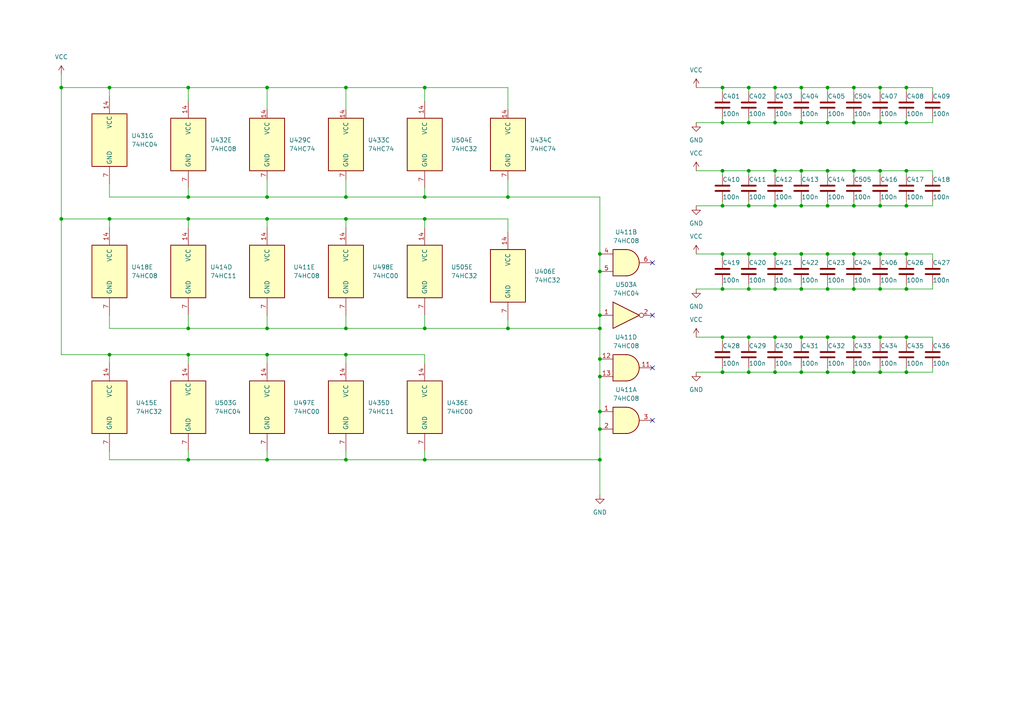
<source format=kicad_sch>
(kicad_sch (version 20211123) (generator eeschema)
  (paper "A4")
  (lib_symbols
    (symbol "74xx:74HC00" (pin_names (offset 1.016))
      (property "Reference" "U" (at 0 1.27 0))
      (property "Value" "74HC00" (at 0 -1.27 0))
      (symbol "74HC00_1_1"
        (pin input line (at -7.62 2.54 0) (length 3.81) (name "~") (number "1"))
        (pin input line (at -7.62 -2.54 0) (length 3.81) (name "~") (number "2"))
        (pin output inverted (at 7.62 0 180) (length 3.81) (name "~") (number "3"))
      )
      (symbol "74HC00_1_2"
        (pin input inverted (at -7.62 2.54 0) (length 4.318) (name "~") (number "1"))
        (pin input inverted (at -7.62 -2.54 0) (length 4.318) (name "~") (number "2"))
        (pin output line (at 7.62 0 180) (length 3.81) (name "~") (number "3"))
      )
      (symbol "74HC00_2_1"
        (pin input line (at -7.62 2.54 0) (length 3.81) (name "~") (number "4"))
        (pin input line (at -7.62 -2.54 0) (length 3.81) (name "~") (number "5"))
        (pin output inverted (at 7.62 0 180) (length 3.81) (name "~") (number "6"))
      )
      (symbol "74HC00_2_2"
        (pin input inverted (at -7.62 2.54 0) (length 4.318) (name "~") (number "4"))
        (pin input inverted (at -7.62 -2.54 0) (length 4.318) (name "~") (number "5"))
        (pin output line (at 7.62 0 180) (length 3.81) (name "~") (number "6"))
      )
      (symbol "74HC00_3_1"
        (pin input line (at -7.62 -2.54 0) (length 3.81) (name "~") (number "10"))
        (pin output inverted (at 7.62 0 180) (length 3.81) (name "~") (number "8"))
        (pin input line (at -7.62 2.54 0) (length 3.81) (name "~") (number "9"))
      )
      (symbol "74HC00_3_2"
        (pin input inverted (at -7.62 -2.54 0) (length 4.318) (name "~") (number "10"))
        (pin output line (at 7.62 0 180) (length 3.81) (name "~") (number "8"))
        (pin input inverted (at -7.62 2.54 0) (length 4.318) (name "~") (number "9"))
      )
      (symbol "74HC00_4_1"
        (pin output inverted (at 7.62 0 180) (length 3.81) (name "~") (number "11"))
        (pin input line (at -7.62 2.54 0) (length 3.81) (name "~") (number "12"))
        (pin input line (at -7.62 -2.54 0) (length 3.81) (name "~") (number "13"))
      )
      (symbol "74HC00_4_2"
        (pin output line (at 7.62 0 180) (length 3.81) (name "~") (number "11"))
        (pin input inverted (at -7.62 2.54 0) (length 4.318) (name "~") (number "12"))
        (pin input inverted (at -7.62 -2.54 0) (length 4.318) (name "~") (number "13"))
      )
      (symbol "74HC00_5_0"
        (pin power_in line (at 0 12.7 270) (length 5.08) (name "VCC") (number "14"))
        (pin power_in line (at 0 -12.7 90) (length 5.08) (name "GND") (number "7"))
      )
    )
    (symbol "74xx:74HC04"
      (property "Reference" "U" (at 0 1.27 0))
      (property "Value" "74HC04" (at 0 -1.27 0))
      (symbol "74HC04_1_0"
        (pin input line (at -7.62 0 0) (length 3.81) (name "~") (number "1"))
        (pin output inverted (at 7.62 0 180) (length 3.81) (name "~") (number "2"))
      )
      (symbol "74HC04_2_0"
        (pin input line (at -7.62 0 0) (length 3.81) (name "~") (number "3"))
        (pin output inverted (at 7.62 0 180) (length 3.81) (name "~") (number "4"))
      )
      (symbol "74HC04_3_0"
        (pin input line (at -7.62 0 0) (length 3.81) (name "~") (number "5"))
        (pin output inverted (at 7.62 0 180) (length 3.81) (name "~") (number "6"))
      )
      (symbol "74HC04_4_0"
        (pin output inverted (at 7.62 0 180) (length 3.81) (name "~") (number "8"))
        (pin input line (at -7.62 0 0) (length 3.81) (name "~") (number "9"))
      )
      (symbol "74HC04_5_0"
        (pin output inverted (at 7.62 0 180) (length 3.81) (name "~") (number "10"))
        (pin input line (at -7.62 0 0) (length 3.81) (name "~") (number "11"))
      )
      (symbol "74HC04_6_0"
        (pin output inverted (at 7.62 0 180) (length 3.81) (name "~") (number "12"))
        (pin input line (at -7.62 0 0) (length 3.81) (name "~") (number "13"))
      )
      (symbol "74HC04_7_0"
        (pin power_in line (at 0 12.7 270) (length 5.08) (name "VCC") (number "14"))
        (pin power_in line (at 0 -12.7 90) (length 5.08) (name "GND") (number "7"))
      )
    )
    (symbol "74xx:74HC74" (pin_names (offset 1.016))
      (property "Reference" "U" (at -7.62 8.89 0))
      (property "Value" "74HC74" (at -7.62 -8.89 0))
      (symbol "74HC74_1_0"
        (pin input line (at 0 -7.62 90) (length 2.54) (name "~{R}") (number "1"))
        (pin input line (at -7.62 2.54 0) (length 2.54) (name "D") (number "2"))
        (pin input clock (at -7.62 0 0) (length 2.54) (name "C") (number "3"))
        (pin input line (at 0 7.62 270) (length 2.54) (name "~{S}") (number "4"))
        (pin output line (at 7.62 2.54 180) (length 2.54) (name "Q") (number "5"))
        (pin output line (at 7.62 -2.54 180) (length 2.54) (name "~{Q}") (number "6"))
      )
      (symbol "74HC74_2_0"
        (pin input line (at 0 7.62 270) (length 2.54) (name "~{S}") (number "10"))
        (pin input clock (at -7.62 0 0) (length 2.54) (name "C") (number "11"))
        (pin input line (at -7.62 2.54 0) (length 2.54) (name "D") (number "12"))
        (pin input line (at 0 -7.62 90) (length 2.54) (name "~{R}") (number "13"))
        (pin output line (at 7.62 -2.54 180) (length 2.54) (name "~{Q}") (number "8"))
        (pin output line (at 7.62 2.54 180) (length 2.54) (name "Q") (number "9"))
      )
      (symbol "74HC74_3_0"
        (pin power_in line (at 0 10.16 270) (length 2.54) (name "VCC") (number "14"))
        (pin power_in line (at 0 -10.16 90) (length 2.54) (name "GND") (number "7"))
      )
    )
    (symbol "74xx:74LS11" (pin_names (offset 1.016))
      (property "Reference" "U" (at 0 1.27 0))
      (property "Value" "74LS11" (at 0 -1.27 0))
      (symbol "74LS11_1_1"
        (pin input line (at -7.62 2.54 0) (length 3.81) (name "~") (number "1"))
        (pin output line (at 7.62 0 180) (length 3.81) (name "~") (number "12"))
        (pin input line (at -7.62 -2.54 0) (length 3.81) (name "~") (number "13"))
        (pin input line (at -7.62 0 0) (length 3.81) (name "~") (number "2"))
      )
      (symbol "74LS11_1_2"
        (pin input inverted (at -7.62 2.54 0) (length 4.318) (name "~") (number "1"))
        (pin output inverted (at 7.62 0 180) (length 3.81) (name "~") (number "12"))
        (pin input inverted (at -7.62 -2.54 0) (length 4.318) (name "~") (number "13"))
        (pin input inverted (at -7.62 0 0) (length 4.953) (name "~") (number "2"))
      )
      (symbol "74LS11_2_1"
        (pin input line (at -7.62 2.54 0) (length 3.81) (name "~") (number "3"))
        (pin input line (at -7.62 0 0) (length 3.81) (name "~") (number "4"))
        (pin input line (at -7.62 -2.54 0) (length 3.81) (name "~") (number "5"))
        (pin output line (at 7.62 0 180) (length 3.81) (name "~") (number "6"))
      )
      (symbol "74LS11_2_2"
        (pin input inverted (at -7.62 2.54 0) (length 4.318) (name "~") (number "3"))
        (pin input inverted (at -7.62 0 0) (length 4.953) (name "~") (number "4"))
        (pin input inverted (at -7.62 -2.54 0) (length 4.318) (name "~") (number "5"))
        (pin output inverted (at 7.62 0 180) (length 3.81) (name "~") (number "6"))
      )
      (symbol "74LS11_3_1"
        (pin input line (at -7.62 0 0) (length 3.81) (name "~") (number "10"))
        (pin input line (at -7.62 -2.54 0) (length 3.81) (name "~") (number "11"))
        (pin output line (at 7.62 0 180) (length 3.81) (name "~") (number "8"))
        (pin input line (at -7.62 2.54 0) (length 3.81) (name "~") (number "9"))
      )
      (symbol "74LS11_3_2"
        (pin input inverted (at -7.62 0 0) (length 4.953) (name "~") (number "10"))
        (pin input inverted (at -7.62 -2.54 0) (length 4.318) (name "~") (number "11"))
        (pin output inverted (at 7.62 0 180) (length 3.81) (name "~") (number "8"))
        (pin input inverted (at -7.62 2.54 0) (length 4.318) (name "~") (number "9"))
      )
      (symbol "74LS11_4_0"
        (pin power_in line (at 0 12.7 270) (length 5.08) (name "VCC") (number "14"))
        (pin power_in line (at 0 -12.7 90) (length 5.08) (name "GND") (number "7"))
      )
    )
    (symbol "74xx:74LS32" (pin_names (offset 1.016))
      (property "Reference" "U" (at 0 1.27 0))
      (property "Value" "74LS32" (at 0 -1.27 0))
      (symbol "74LS32_1_1"
        (pin input line (at -7.62 2.54 0) (length 4.318) (name "~") (number "1"))
        (pin input line (at -7.62 -2.54 0) (length 4.318) (name "~") (number "2"))
        (pin output line (at 7.62 0 180) (length 3.81) (name "~") (number "3"))
      )
      (symbol "74LS32_1_2"
        (pin input inverted (at -7.62 2.54 0) (length 3.81) (name "~") (number "1"))
        (pin input inverted (at -7.62 -2.54 0) (length 3.81) (name "~") (number "2"))
        (pin output inverted (at 7.62 0 180) (length 3.81) (name "~") (number "3"))
      )
      (symbol "74LS32_2_1"
        (pin input line (at -7.62 2.54 0) (length 4.318) (name "~") (number "4"))
        (pin input line (at -7.62 -2.54 0) (length 4.318) (name "~") (number "5"))
        (pin output line (at 7.62 0 180) (length 3.81) (name "~") (number "6"))
      )
      (symbol "74LS32_2_2"
        (pin input inverted (at -7.62 2.54 0) (length 3.81) (name "~") (number "4"))
        (pin input inverted (at -7.62 -2.54 0) (length 3.81) (name "~") (number "5"))
        (pin output inverted (at 7.62 0 180) (length 3.81) (name "~") (number "6"))
      )
      (symbol "74LS32_3_1"
        (pin input line (at -7.62 -2.54 0) (length 4.318) (name "~") (number "10"))
        (pin output line (at 7.62 0 180) (length 3.81) (name "~") (number "8"))
        (pin input line (at -7.62 2.54 0) (length 4.318) (name "~") (number "9"))
      )
      (symbol "74LS32_3_2"
        (pin input inverted (at -7.62 -2.54 0) (length 3.81) (name "~") (number "10"))
        (pin output inverted (at 7.62 0 180) (length 3.81) (name "~") (number "8"))
        (pin input inverted (at -7.62 2.54 0) (length 3.81) (name "~") (number "9"))
      )
      (symbol "74LS32_4_1"
        (pin output line (at 7.62 0 180) (length 3.81) (name "~") (number "11"))
        (pin input line (at -7.62 2.54 0) (length 4.318) (name "~") (number "12"))
        (pin input line (at -7.62 -2.54 0) (length 4.318) (name "~") (number "13"))
      )
      (symbol "74LS32_4_2"
        (pin output inverted (at 7.62 0 180) (length 3.81) (name "~") (number "11"))
        (pin input inverted (at -7.62 2.54 0) (length 3.81) (name "~") (number "12"))
        (pin input inverted (at -7.62 -2.54 0) (length 3.81) (name "~") (number "13"))
      )
      (symbol "74LS32_5_0"
        (pin power_in line (at 0 12.7 270) (length 5.08) (name "VCC") (number "14"))
        (pin power_in line (at 0 -12.7 90) (length 5.08) (name "GND") (number "7"))
      )
    )
    (symbol "Custom 74xx:74HC08" (pin_names (offset 1.016))
      (property "Reference" "U" (at 0 1.27 0))
      (property "Value" "74HC08" (at 0 -1.27 0))
      (symbol "74HC08_1_1"
        (pin input line (at -7.62 2.54 0) (length 3.81) (name "~") (number "1"))
        (pin input line (at -7.62 -2.54 0) (length 3.81) (name "~") (number "2"))
        (pin output line (at 7.62 0 180) (length 3.81) (name "~") (number "3"))
      )
      (symbol "74HC08_1_2"
        (pin input inverted (at -7.62 2.54 0) (length 4.318) (name "~") (number "1"))
        (pin input inverted (at -7.62 -2.54 0) (length 4.318) (name "~") (number "2"))
        (pin output line (at 7.62 0 180) (length 3.81) (name "~") (number "3"))
      )
      (symbol "74HC08_2_1"
        (pin input line (at -7.62 2.54 0) (length 3.81) (name "~") (number "4"))
        (pin input line (at -7.62 -2.54 0) (length 3.81) (name "~") (number "5"))
        (pin output line (at 7.62 0 180) (length 3.81) (name "~") (number "6"))
      )
      (symbol "74HC08_2_2"
        (pin input inverted (at -7.62 2.54 0) (length 4.318) (name "~") (number "4"))
        (pin input inverted (at -7.62 -2.54 0) (length 4.318) (name "~") (number "5"))
        (pin output line (at 7.62 0 180) (length 3.81) (name "~") (number "6"))
      )
      (symbol "74HC08_3_1"
        (pin input line (at -7.62 -2.54 0) (length 3.81) (name "~") (number "10"))
        (pin output line (at 7.62 0 180) (length 3.81) (name "~") (number "8"))
        (pin input line (at -7.62 2.54 0) (length 3.81) (name "~") (number "9"))
      )
      (symbol "74HC08_3_2"
        (pin input inverted (at -7.62 -2.54 0) (length 4.318) (name "~") (number "10"))
        (pin output line (at 7.62 0 180) (length 3.81) (name "~") (number "8"))
        (pin input inverted (at -7.62 2.54 0) (length 4.318) (name "~") (number "9"))
      )
      (symbol "74HC08_4_1"
        (pin output line (at 7.62 0 180) (length 3.81) (name "~") (number "11"))
        (pin input line (at -7.62 2.54 0) (length 3.81) (name "~") (number "12"))
        (pin input line (at -7.62 -2.54 0) (length 3.81) (name "~") (number "13"))
      )
      (symbol "74HC08_4_2"
        (pin output line (at 7.62 0 180) (length 3.81) (name "~") (number "11"))
        (pin input inverted (at -7.62 2.54 0) (length 4.318) (name "~") (number "12"))
        (pin input inverted (at -7.62 -2.54 0) (length 4.318) (name "~") (number "13"))
      )
      (symbol "74HC08_5_0"
        (pin power_in line (at 0 12.7 270) (length 5.08) (name "VCC") (number "14"))
        (pin power_in line (at 0 -12.7 90) (length 5.08) (name "GND") (number "7"))
      )
    )
    (symbol "Device:C" (pin_numbers hide) (pin_names (offset 0.254))
      (property "Reference" "C" (at 0.635 2.54 0))
      (property "Value" "C" (at 0.635 -2.54 0))
      (symbol "C_1_1"
        (pin passive line (at 0 3.81 270) (length 2.794) (name "~") (number "1"))
        (pin passive line (at 0 -3.81 90) (length 2.794) (name "~") (number "2"))
      )
    )
    (symbol "power:GND" (power) (pin_names (offset 0))
      (property "Value" "GND" (at 0 -3.81 0))
      (symbol "GND_1_1"
        (pin power_in line (at 0 0 270) (length 0) hide (name "GND") (number "1"))
      )
    )
    (symbol "power:VCC" (power) (pin_names (offset 0))
      (property "Value" "VCC" (at 0 3.81 0))
      (symbol "VCC_1_1"
        (pin power_in line (at 0 0 90) (length 0) hide (name "VCC") (number "1"))
      )
    )
  )
  (junction (at 54.61 133.35))
  (junction (at 123.19 25.4))
  (junction (at 232.41 59.69))
  (junction (at 240.03 35.56))
  (junction (at 100.33 102.87))
  (junction (at 262.89 107.95))
  (junction (at 240.03 73.66))
  (junction (at 123.19 57.15))
  (junction (at 31.75 63.5))
  (junction (at 232.41 73.66))
  (junction (at 217.17 107.95))
  (junction (at 224.79 107.95))
  (junction (at 100.33 95.25))
  (junction (at 232.41 25.4))
  (junction (at 224.79 25.4))
  (junction (at 100.33 57.15))
  (junction (at 147.32 57.15))
  (junction (at 209.55 107.95))
  (junction (at 173.99 119.38))
  (junction (at 217.17 83.82))
  (junction (at 247.65 35.56))
  (junction (at 100.33 133.35))
  (junction (at 123.19 63.5))
  (junction (at 147.32 95.25))
  (junction (at 232.41 49.53))
  (junction (at 54.61 63.5))
  (junction (at 217.17 35.56))
  (junction (at 224.79 73.66))
  (junction (at 255.27 35.56))
  (junction (at 209.55 97.79))
  (junction (at 173.99 78.74))
  (junction (at 262.89 35.56))
  (junction (at 217.17 97.79))
  (junction (at 255.27 107.95))
  (junction (at 100.33 63.5))
  (junction (at 173.99 95.25))
  (junction (at 77.47 95.25))
  (junction (at 217.17 25.4))
  (junction (at 262.89 59.69))
  (junction (at 217.17 59.69))
  (junction (at 247.65 49.53))
  (junction (at 247.65 107.95))
  (junction (at 247.65 25.4))
  (junction (at 247.65 73.66))
  (junction (at 255.27 83.82))
  (junction (at 262.89 83.82))
  (junction (at 31.75 102.87))
  (junction (at 255.27 59.69))
  (junction (at 123.19 133.35))
  (junction (at 54.61 25.4))
  (junction (at 123.19 95.25))
  (junction (at 240.03 49.53))
  (junction (at 255.27 73.66))
  (junction (at 77.47 102.87))
  (junction (at 209.55 25.4))
  (junction (at 262.89 25.4))
  (junction (at 255.27 97.79))
  (junction (at 232.41 97.79))
  (junction (at 224.79 59.69))
  (junction (at 232.41 35.56))
  (junction (at 17.78 25.4))
  (junction (at 209.55 59.69))
  (junction (at 255.27 25.4))
  (junction (at 262.89 49.53))
  (junction (at 54.61 102.87))
  (junction (at 217.17 73.66))
  (junction (at 224.79 83.82))
  (junction (at 209.55 35.56))
  (junction (at 173.99 109.22))
  (junction (at 240.03 97.79))
  (junction (at 100.33 25.4))
  (junction (at 209.55 49.53))
  (junction (at 173.99 124.46))
  (junction (at 173.99 91.44))
  (junction (at 77.47 57.15))
  (junction (at 247.65 97.79))
  (junction (at 54.61 95.25))
  (junction (at 262.89 73.66))
  (junction (at 255.27 49.53))
  (junction (at 224.79 49.53))
  (junction (at 240.03 59.69))
  (junction (at 232.41 107.95))
  (junction (at 217.17 49.53))
  (junction (at 247.65 59.69))
  (junction (at 224.79 97.79))
  (junction (at 240.03 107.95))
  (junction (at 31.75 25.4))
  (junction (at 173.99 104.14))
  (junction (at 209.55 73.66))
  (junction (at 173.99 133.35))
  (junction (at 77.47 133.35))
  (junction (at 209.55 83.82))
  (junction (at 173.99 73.66))
  (junction (at 247.65 83.82))
  (junction (at 54.61 57.15))
  (junction (at 77.47 63.5))
  (junction (at 224.79 35.56))
  (junction (at 240.03 83.82))
  (junction (at 240.03 25.4))
  (junction (at 17.78 63.5))
  (junction (at 262.89 97.79))
  (junction (at 232.41 83.82))
  (junction (at 77.47 25.4))
  (no_connect (at 189.23 76.2))
  (no_connect (at 189.23 121.92))
  (no_connect (at 189.23 106.68))
  (no_connect (at 189.23 91.44))
  (wire (pts (xy 100.33 91.44) (xy 100.33 95.25)))
  (wire (pts (xy 217.17 73.66) (xy 217.17 74.93)))
  (wire (pts (xy 77.47 102.87) (xy 77.47 105.41)))
  (wire (pts (xy 31.75 102.87) (xy 31.75 105.41)))
  (wire (pts (xy 54.61 91.44) (xy 54.61 95.25)))
  (wire (pts (xy 123.19 130.81) (xy 123.19 133.35)))
  (wire (pts (xy 54.61 102.87) (xy 77.47 102.87)))
  (wire (pts (xy 201.93 97.79) (xy 209.55 97.79)))
  (wire (pts (xy 17.78 25.4) (xy 17.78 63.5)))
  (wire (pts (xy 255.27 83.82) (xy 262.89 83.82)))
  (wire (pts (xy 262.89 97.79) (xy 262.89 99.06)))
  (wire (pts (xy 255.27 35.56) (xy 255.27 34.29)))
  (wire (pts (xy 17.78 63.5) (xy 17.78 102.87)))
  (wire (pts (xy 247.65 59.69) (xy 255.27 59.69)))
  (wire (pts (xy 147.32 25.4) (xy 147.32 31.75)))
  (wire (pts (xy 17.78 25.4) (xy 31.75 25.4)))
  (wire (pts (xy 240.03 35.56) (xy 240.03 34.29)))
  (wire (pts (xy 262.89 107.95) (xy 270.51 107.95)))
  (wire (pts (xy 209.55 35.56) (xy 209.55 34.29)))
  (wire (pts (xy 262.89 83.82) (xy 270.51 83.82)))
  (wire (pts (xy 209.55 97.79) (xy 209.55 99.06)))
  (wire (pts (xy 209.55 73.66) (xy 209.55 74.93)))
  (wire (pts (xy 255.27 25.4) (xy 262.89 25.4)))
  (wire (pts (xy 224.79 35.56) (xy 232.41 35.56)))
  (wire (pts (xy 217.17 83.82) (xy 217.17 82.55)))
  (wire (pts (xy 209.55 35.56) (xy 217.17 35.56)))
  (wire (pts (xy 224.79 97.79) (xy 232.41 97.79)))
  (wire (pts (xy 232.41 107.95) (xy 240.03 107.95)))
  (wire (pts (xy 123.19 133.35) (xy 173.99 133.35)))
  (wire (pts (xy 232.41 49.53) (xy 232.41 50.8)))
  (wire (pts (xy 173.99 109.22) (xy 173.99 104.14)))
  (wire (pts (xy 262.89 59.69) (xy 262.89 58.42)))
  (wire (pts (xy 31.75 25.4) (xy 54.61 25.4)))
  (wire (pts (xy 262.89 35.56) (xy 270.51 35.56)))
  (wire (pts (xy 209.55 107.95) (xy 209.55 106.68)))
  (wire (pts (xy 54.61 63.5) (xy 54.61 66.04)))
  (wire (pts (xy 255.27 73.66) (xy 262.89 73.66)))
  (wire (pts (xy 31.75 130.81) (xy 31.75 133.35)))
  (wire (pts (xy 232.41 107.95) (xy 232.41 106.68)))
  (wire (pts (xy 232.41 25.4) (xy 240.03 25.4)))
  (wire (pts (xy 173.99 119.38) (xy 173.99 109.22)))
  (wire (pts (xy 262.89 73.66) (xy 262.89 74.93)))
  (wire (pts (xy 224.79 49.53) (xy 224.79 50.8)))
  (wire (pts (xy 173.99 57.15) (xy 147.32 57.15)))
  (wire (pts (xy 232.41 35.56) (xy 232.41 34.29)))
  (wire (pts (xy 247.65 35.56) (xy 255.27 35.56)))
  (wire (pts (xy 232.41 25.4) (xy 232.41 26.67)))
  (wire (pts (xy 240.03 59.69) (xy 247.65 59.69)))
  (wire (pts (xy 232.41 97.79) (xy 240.03 97.79)))
  (wire (pts (xy 240.03 107.95) (xy 247.65 107.95)))
  (wire (pts (xy 77.47 91.44) (xy 77.47 95.25)))
  (wire (pts (xy 262.89 83.82) (xy 262.89 82.55)))
  (wire (pts (xy 217.17 25.4) (xy 224.79 25.4)))
  (wire (pts (xy 247.65 73.66) (xy 247.65 74.93)))
  (wire (pts (xy 224.79 83.82) (xy 224.79 82.55)))
  (wire (pts (xy 201.93 35.56) (xy 209.55 35.56)))
  (wire (pts (xy 270.51 49.53) (xy 270.51 50.8)))
  (wire (pts (xy 209.55 73.66) (xy 217.17 73.66)))
  (wire (pts (xy 224.79 59.69) (xy 224.79 58.42)))
  (wire (pts (xy 147.32 92.71) (xy 147.32 95.25)))
  (wire (pts (xy 255.27 73.66) (xy 255.27 74.93)))
  (wire (pts (xy 31.75 133.35) (xy 54.61 133.35)))
  (wire (pts (xy 224.79 59.69) (xy 232.41 59.69)))
  (wire (pts (xy 77.47 63.5) (xy 77.47 66.04)))
  (wire (pts (xy 31.75 57.15) (xy 31.75 53.34)))
  (wire (pts (xy 247.65 107.95) (xy 255.27 107.95)))
  (wire (pts (xy 255.27 49.53) (xy 262.89 49.53)))
  (wire (pts (xy 247.65 73.66) (xy 255.27 73.66)))
  (wire (pts (xy 217.17 59.69) (xy 224.79 59.69)))
  (wire (pts (xy 201.93 83.82) (xy 209.55 83.82)))
  (wire (pts (xy 209.55 83.82) (xy 209.55 82.55)))
  (wire (pts (xy 232.41 83.82) (xy 240.03 83.82)))
  (wire (pts (xy 255.27 59.69) (xy 255.27 58.42)))
  (wire (pts (xy 100.33 130.81) (xy 100.33 133.35)))
  (wire (pts (xy 173.99 119.38) (xy 173.99 124.46)))
  (wire (pts (xy 77.47 25.4) (xy 77.47 31.75)))
  (wire (pts (xy 240.03 73.66) (xy 247.65 73.66)))
  (wire (pts (xy 209.55 107.95) (xy 217.17 107.95)))
  (wire (pts (xy 255.27 97.79) (xy 255.27 99.06)))
  (wire (pts (xy 247.65 83.82) (xy 247.65 82.55)))
  (wire (pts (xy 31.75 95.25) (xy 54.61 95.25)))
  (wire (pts (xy 224.79 97.79) (xy 224.79 99.06)))
  (wire (pts (xy 240.03 49.53) (xy 240.03 50.8)))
  (wire (pts (xy 255.27 49.53) (xy 255.27 50.8)))
  (wire (pts (xy 270.51 97.79) (xy 270.51 99.06)))
  (wire (pts (xy 247.65 25.4) (xy 255.27 25.4)))
  (wire (pts (xy 255.27 59.69) (xy 262.89 59.69)))
  (wire (pts (xy 247.65 97.79) (xy 247.65 99.06)))
  (wire (pts (xy 247.65 83.82) (xy 255.27 83.82)))
  (wire (pts (xy 270.51 59.69) (xy 270.51 58.42)))
  (wire (pts (xy 232.41 35.56) (xy 240.03 35.56)))
  (wire (pts (xy 232.41 73.66) (xy 232.41 74.93)))
  (wire (pts (xy 77.47 95.25) (xy 100.33 95.25)))
  (wire (pts (xy 217.17 73.66) (xy 224.79 73.66)))
  (wire (pts (xy 224.79 73.66) (xy 232.41 73.66)))
  (wire (pts (xy 224.79 107.95) (xy 224.79 106.68)))
  (wire (pts (xy 77.47 52.07) (xy 77.47 57.15)))
  (wire (pts (xy 123.19 95.25) (xy 147.32 95.25)))
  (wire (pts (xy 17.78 102.87) (xy 31.75 102.87)))
  (wire (pts (xy 217.17 97.79) (xy 217.17 99.06)))
  (wire (pts (xy 123.19 91.44) (xy 123.19 95.25)))
  (wire (pts (xy 209.55 25.4) (xy 217.17 25.4)))
  (wire (pts (xy 262.89 25.4) (xy 270.51 25.4)))
  (wire (pts (xy 123.19 102.87) (xy 123.19 105.41)))
  (wire (pts (xy 31.75 102.87) (xy 54.61 102.87)))
  (wire (pts (xy 262.89 59.69) (xy 270.51 59.69)))
  (wire (pts (xy 232.41 83.82) (xy 232.41 82.55)))
  (wire (pts (xy 147.32 63.5) (xy 147.32 67.31)))
  (wire (pts (xy 31.75 63.5) (xy 54.61 63.5)))
  (wire (pts (xy 255.27 25.4) (xy 255.27 26.67)))
  (wire (pts (xy 100.33 102.87) (xy 100.33 105.41)))
  (wire (pts (xy 123.19 25.4) (xy 123.19 29.21)))
  (wire (pts (xy 217.17 107.95) (xy 224.79 107.95)))
  (wire (pts (xy 247.65 49.53) (xy 247.65 50.8)))
  (wire (pts (xy 173.99 78.74) (xy 173.99 91.44)))
  (wire (pts (xy 247.65 97.79) (xy 255.27 97.79)))
  (wire (pts (xy 100.33 25.4) (xy 100.33 31.75)))
  (wire (pts (xy 224.79 35.56) (xy 224.79 34.29)))
  (wire (pts (xy 173.99 57.15) (xy 173.99 73.66)))
  (wire (pts (xy 77.47 25.4) (xy 100.33 25.4)))
  (wire (pts (xy 270.51 83.82) (xy 270.51 82.55)))
  (wire (pts (xy 255.27 35.56) (xy 262.89 35.56)))
  (wire (pts (xy 224.79 73.66) (xy 224.79 74.93)))
  (wire (pts (xy 217.17 49.53) (xy 224.79 49.53)))
  (wire (pts (xy 240.03 35.56) (xy 247.65 35.56)))
  (wire (pts (xy 123.19 63.5) (xy 147.32 63.5)))
  (wire (pts (xy 247.65 107.95) (xy 247.65 106.68)))
  (wire (pts (xy 217.17 83.82) (xy 224.79 83.82)))
  (wire (pts (xy 77.47 133.35) (xy 100.33 133.35)))
  (wire (pts (xy 201.93 49.53) (xy 209.55 49.53)))
  (wire (pts (xy 123.19 57.15) (xy 100.33 57.15)))
  (wire (pts (xy 270.51 73.66) (xy 270.51 74.93)))
  (wire (pts (xy 262.89 73.66) (xy 270.51 73.66)))
  (wire (pts (xy 209.55 97.79) (xy 217.17 97.79)))
  (wire (pts (xy 247.65 59.69) (xy 247.65 58.42)))
  (wire (pts (xy 270.51 25.4) (xy 270.51 26.67)))
  (wire (pts (xy 100.33 57.15) (xy 77.47 57.15)))
  (wire (pts (xy 100.33 52.07) (xy 100.33 57.15)))
  (wire (pts (xy 240.03 97.79) (xy 247.65 97.79)))
  (wire (pts (xy 255.27 83.82) (xy 255.27 82.55)))
  (wire (pts (xy 201.93 73.66) (xy 209.55 73.66)))
  (wire (pts (xy 54.61 63.5) (xy 77.47 63.5)))
  (wire (pts (xy 173.99 143.51) (xy 173.99 133.35)))
  (wire (pts (xy 217.17 107.95) (xy 217.17 106.68)))
  (wire (pts (xy 217.17 59.69) (xy 217.17 58.42)))
  (wire (pts (xy 262.89 35.56) (xy 262.89 34.29)))
  (wire (pts (xy 240.03 83.82) (xy 240.03 82.55)))
  (wire (pts (xy 123.19 63.5) (xy 123.19 66.04)))
  (wire (pts (xy 217.17 35.56) (xy 224.79 35.56)))
  (wire (pts (xy 262.89 49.53) (xy 262.89 50.8)))
  (wire (pts (xy 262.89 25.4) (xy 262.89 26.67)))
  (wire (pts (xy 224.79 83.82) (xy 232.41 83.82)))
  (wire (pts (xy 240.03 83.82) (xy 247.65 83.82)))
  (wire (pts (xy 232.41 59.69) (xy 240.03 59.69)))
  (wire (pts (xy 54.61 54.61) (xy 54.61 57.15)))
  (wire (pts (xy 100.33 95.25) (xy 123.19 95.25)))
  (wire (pts (xy 31.75 91.44) (xy 31.75 95.25)))
  (wire (pts (xy 217.17 49.53) (xy 217.17 50.8)))
  (wire (pts (xy 54.61 25.4) (xy 77.47 25.4)))
  (wire (pts (xy 240.03 59.69) (xy 240.03 58.42)))
  (wire (pts (xy 100.33 133.35) (xy 123.19 133.35)))
  (wire (pts (xy 100.33 63.5) (xy 100.33 66.04)))
  (wire (pts (xy 54.61 133.35) (xy 77.47 133.35)))
  (wire (pts (xy 201.93 107.95) (xy 209.55 107.95)))
  (wire (pts (xy 224.79 107.95) (xy 232.41 107.95)))
  (wire (pts (xy 209.55 59.69) (xy 217.17 59.69)))
  (wire (pts (xy 240.03 97.79) (xy 240.03 99.06)))
  (wire (pts (xy 240.03 25.4) (xy 247.65 25.4)))
  (wire (pts (xy 209.55 49.53) (xy 209.55 50.8)))
  (wire (pts (xy 255.27 107.95) (xy 262.89 107.95)))
  (wire (pts (xy 247.65 49.53) (xy 255.27 49.53)))
  (wire (pts (xy 240.03 25.4) (xy 240.03 26.67)))
  (wire (pts (xy 147.32 52.07) (xy 147.32 57.15)))
  (wire (pts (xy 100.33 102.87) (xy 123.19 102.87)))
  (wire (pts (xy 201.93 59.69) (xy 209.55 59.69)))
  (wire (pts (xy 247.65 35.56) (xy 247.65 34.29)))
  (wire (pts (xy 54.61 95.25) (xy 77.47 95.25)))
  (wire (pts (xy 224.79 49.53) (xy 232.41 49.53)))
  (wire (pts (xy 217.17 97.79) (xy 224.79 97.79)))
  (wire (pts (xy 232.41 97.79) (xy 232.41 99.06)))
  (wire (pts (xy 77.47 57.15) (xy 54.61 57.15)))
  (wire (pts (xy 240.03 107.95) (xy 240.03 106.68)))
  (wire (pts (xy 54.61 25.4) (xy 54.61 29.21)))
  (wire (pts (xy 247.65 25.4) (xy 247.65 26.67)))
  (wire (pts (xy 232.41 59.69) (xy 232.41 58.42)))
  (wire (pts (xy 270.51 35.56) (xy 270.51 34.29)))
  (wire (pts (xy 173.99 104.14) (xy 173.99 95.25)))
  (wire (pts (xy 100.33 25.4) (xy 123.19 25.4)))
  (wire (pts (xy 147.32 95.25) (xy 173.99 95.25)))
  (wire (pts (xy 209.55 49.53) (xy 217.17 49.53)))
  (wire (pts (xy 240.03 49.53) (xy 247.65 49.53)))
  (wire (pts (xy 262.89 49.53) (xy 270.51 49.53)))
  (wire (pts (xy 100.33 63.5) (xy 123.19 63.5)))
  (wire (pts (xy 217.17 35.56) (xy 217.17 34.29)))
  (wire (pts (xy 262.89 107.95) (xy 262.89 106.68)))
  (wire (pts (xy 240.03 73.66) (xy 240.03 74.93)))
  (wire (pts (xy 54.61 57.15) (xy 31.75 57.15)))
  (wire (pts (xy 77.47 102.87) (xy 100.33 102.87)))
  (wire (pts (xy 232.41 73.66) (xy 240.03 73.66)))
  (wire (pts (xy 31.75 63.5) (xy 31.75 66.04)))
  (wire (pts (xy 31.75 25.4) (xy 31.75 27.94)))
  (wire (pts (xy 232.41 49.53) (xy 240.03 49.53)))
  (wire (pts (xy 217.17 25.4) (xy 217.17 26.67)))
  (wire (pts (xy 262.89 97.79) (xy 270.51 97.79)))
  (wire (pts (xy 54.61 102.87) (xy 54.61 105.41)))
  (wire (pts (xy 209.55 83.82) (xy 217.17 83.82)))
  (wire (pts (xy 224.79 25.4) (xy 224.79 26.67)))
  (wire (pts (xy 123.19 54.61) (xy 123.19 57.15)))
  (wire (pts (xy 209.55 59.69) (xy 209.55 58.42)))
  (wire (pts (xy 77.47 130.81) (xy 77.47 133.35)))
  (wire (pts (xy 17.78 21.59) (xy 17.78 25.4)))
  (wire (pts (xy 123.19 25.4) (xy 147.32 25.4)))
  (wire (pts (xy 17.78 63.5) (xy 31.75 63.5)))
  (wire (pts (xy 173.99 73.66) (xy 173.99 78.74)))
  (wire (pts (xy 173.99 95.25) (xy 173.99 91.44)))
  (wire (pts (xy 209.55 25.4) (xy 209.55 26.67)))
  (wire (pts (xy 201.93 25.4) (xy 209.55 25.4)))
  (wire (pts (xy 77.47 63.5) (xy 100.33 63.5)))
  (wire (pts (xy 147.32 57.15) (xy 123.19 57.15)))
  (wire (pts (xy 224.79 25.4) (xy 232.41 25.4)))
  (wire (pts (xy 255.27 97.79) (xy 262.89 97.79)))
  (wire (pts (xy 255.27 107.95) (xy 255.27 106.68)))
  (wire (pts (xy 173.99 133.35) (xy 173.99 124.46)))
  (wire (pts (xy 270.51 107.95) (xy 270.51 106.68)))
  (wire (pts (xy 54.61 130.81) (xy 54.61 133.35)))
  (symbol (lib_id "Device:C") (at 247.65 78.74 0) (unit 1)
    (property "Reference" "C424" (at 247.65 76.2 0) (effects (justify left)))
    (property "Value" "100n" (at 247.65 81.28 0) (effects (justify left)))
    (property "Footprint" "Capacitor_SMD:C_0603_1608Metric" (effects hide))
  )
  (symbol (lib_id "Device:C") (at 240.03 102.87 0) (unit 1)
    (property "Reference" "C432" (at 240.03 100.33 0) (effects (justify left)))
    (property "Value" "100n" (at 240.03 105.41 0) (effects (justify left)))
    (property "Footprint" "Capacitor_SMD:C_0603_1608Metric" (effects hide))
  )
  (symbol (lib_id "power:GND") (at 201.93 107.95 0) (unit 1)
    (property "Reference" "#PWR0470" (effects hide))
    (property "Value" "GND" (at 201.93 113.03 0))
  )
  (symbol (lib_id "74xx:74HC04") (at 31.75 40.64 0) (unit 7)
    (property "Reference" "U431" (at 38.1 39.3699 0) (effects (justify left)))
    (property "Value" "74HC04" (at 38.1 41.9099 0) (effects (justify left)))
    (property "Footprint" "Package_SO:SOIC-14_3.9x8.7mm_P1.27mm" (effects hide))
    (property "Datasheet" "https://assets.nexperia.com/documents/data-sheet/74HC_HCT04.pdf" (effects hide))
  )
  (symbol (lib_id "74xx:74HC74") (at 147.32 41.91 0) (unit 3)
    (property "Reference" "U434" (at 153.67 40.6399 0) (effects (justify left)))
    (property "Value" "74HC74" (at 153.67 43.1799 0) (effects (justify left)))
    (property "Footprint" "Package_SO:SOIC-14_3.9x8.7mm_P1.27mm" (effects hide))
    (property "Datasheet" "74xx/74hc_hct74.pdf" (effects hide))
  )
  (symbol (lib_id "Custom 74xx:74HC08") (at 181.61 76.2 0) (unit 2)
    (property "Reference" "U411" (at 181.61 67.31 0))
    (property "Value" "74HC08" (at 181.61 69.85 0))
    (property "Footprint" "Package_SO:SOIC-14_3.9x8.7mm_P1.27mm" (effects hide))
  )
  (symbol (lib_id "Device:C") (at 240.03 54.61 0) (unit 1)
    (property "Reference" "C414" (at 240.03 52.07 0) (effects (justify left)))
    (property "Value" "100n" (at 240.03 57.15 0) (effects (justify left)))
    (property "Footprint" "Capacitor_SMD:C_0603_1608Metric" (effects hide))
  )
  (symbol (lib_id "Custom 74xx:74HC08") (at 31.75 78.74 0) (unit 5)
    (property "Reference" "U418" (at 38.1 77.4699 0) (effects (justify left)))
    (property "Value" "74HC08" (at 38.1 80.0099 0) (effects (justify left)))
    (property "Footprint" "Package_SO:SOIC-14_3.9x8.7mm_P1.27mm" (effects hide))
  )
  (symbol (lib_id "Device:C") (at 209.55 54.61 0) (unit 1)
    (property "Reference" "C410" (at 209.55 52.07 0) (effects (justify left)))
    (property "Value" "100n" (at 209.55 57.15 0) (effects (justify left)))
    (property "Footprint" "Capacitor_SMD:C_0603_1608Metric" (effects hide))
  )
  (symbol (lib_id "Device:C") (at 255.27 78.74 0) (unit 1)
    (property "Reference" "C406" (at 255.27 76.2 0) (effects (justify left)))
    (property "Value" "100n" (at 255.27 81.28 0) (effects (justify left)))
    (property "Footprint" "Capacitor_SMD:C_0603_1608Metric" (effects hide))
  )
  (symbol (lib_id "Device:C") (at 209.55 78.74 0) (unit 1)
    (property "Reference" "C419" (at 209.55 76.2 0) (effects (justify left)))
    (property "Value" "100n" (at 209.55 81.28 0) (effects (justify left)))
    (property "Footprint" "Capacitor_SMD:C_0603_1608Metric" (effects hide))
  )
  (symbol (lib_id "Device:C") (at 270.51 30.48 0) (unit 1)
    (property "Reference" "C409" (at 270.51 27.94 0) (effects (justify left)))
    (property "Value" "100n" (at 270.51 33.02 0) (effects (justify left)))
    (property "Footprint" "Capacitor_SMD:C_0603_1608Metric" (effects hide))
  )
  (symbol (lib_id "power:VCC") (at 201.93 73.66 0) (unit 1)
    (property "Reference" "#PWR0467" (effects hide))
    (property "Value" "VCC" (at 201.93 68.58 0))
  )
  (symbol (lib_id "74xx:74HC04") (at 54.61 118.11 0) (unit 7)
    (property "Reference" "U503" (at 62.23 116.8399 0) (effects (justify left)))
    (property "Value" "74HC04" (at 62.23 119.3799 0) (effects (justify left)))
    (property "Footprint" "Package_SO:SOIC-14_3.9x8.7mm_P1.27mm" (effects hide))
    (property "Datasheet" "https://assets.nexperia.com/documents/data-sheet/74HC_HCT04.pdf" (effects hide))
  )
  (symbol (lib_id "power:GND") (at 201.93 59.69 0) (unit 1)
    (property "Reference" "#PWR0466" (effects hide))
    (property "Value" "GND" (at 201.93 64.77 0))
  )
  (symbol (lib_id "Device:C") (at 270.51 54.61 0) (unit 1)
    (property "Reference" "C418" (at 270.51 52.07 0) (effects (justify left)))
    (property "Value" "100n" (at 270.51 57.15 0) (effects (justify left)))
    (property "Footprint" "Capacitor_SMD:C_0603_1608Metric" (effects hide))
  )
  (symbol (lib_id "Device:C") (at 270.51 102.87 0) (unit 1)
    (property "Reference" "C436" (at 270.51 100.33 0) (effects (justify left)))
    (property "Value" "100n" (at 270.51 105.41 0) (effects (justify left)))
    (property "Footprint" "Capacitor_SMD:C_0603_1608Metric" (effects hide))
  )
  (symbol (lib_id "power:VCC") (at 201.93 25.4 0) (unit 1)
    (property "Reference" "#PWR0463" (effects hide))
    (property "Value" "VCC" (at 201.93 20.32 0))
  )
  (symbol (lib_id "Custom 74xx:74HC08") (at 77.47 78.74 0) (unit 5)
    (property "Reference" "U411" (at 85.09 77.4699 0) (effects (justify left)))
    (property "Value" "74HC08" (at 85.09 80.0099 0) (effects (justify left)))
    (property "Footprint" "Package_SO:SOIC-14_3.9x8.7mm_P1.27mm" (effects hide))
  )
  (symbol (lib_id "Device:C") (at 262.89 78.74 0) (unit 1)
    (property "Reference" "C426" (at 262.89 76.2 0) (effects (justify left)))
    (property "Value" "100n" (at 262.89 81.28 0) (effects (justify left)))
    (property "Footprint" "Capacitor_SMD:C_0603_1608Metric" (effects hide))
  )
  (symbol (lib_id "Device:C") (at 224.79 54.61 0) (unit 1)
    (property "Reference" "C412" (at 224.79 52.07 0) (effects (justify left)))
    (property "Value" "100n" (at 224.79 57.15 0) (effects (justify left)))
    (property "Footprint" "Capacitor_SMD:C_0603_1608Metric" (effects hide))
  )
  (symbol (lib_id "74xx:74LS11") (at 54.61 78.74 0) (unit 4)
    (property "Reference" "U414" (at 60.96 77.4699 0) (effects (justify left)))
    (property "Value" "74HC11" (at 60.96 80.0099 0) (effects (justify left)))
    (property "Footprint" "Package_SO:SOIC-14_3.9x8.7mm_P1.27mm" (effects hide))
    (property "Datasheet" "http://www.ti.com/lit/gpn/sn74LS11" (effects hide))
  )
  (symbol (lib_id "Device:C") (at 262.89 30.48 0) (unit 1)
    (property "Reference" "C408" (at 262.89 27.94 0) (effects (justify left)))
    (property "Value" "100n" (at 262.89 33.02 0) (effects (justify left)))
    (property "Footprint" "Capacitor_SMD:C_0603_1608Metric" (effects hide))
  )
  (symbol (lib_id "Custom 74xx:74HC08") (at 181.61 106.68 0) (unit 4)
    (property "Reference" "U411" (at 181.61 97.79 0))
    (property "Value" "74HC08" (at 181.61 100.33 0))
    (property "Footprint" "Package_SO:SOIC-14_3.9x8.7mm_P1.27mm" (effects hide))
  )
  (symbol (lib_id "74xx:74HC74") (at 100.33 41.91 0) (unit 3)
    (property "Reference" "U433" (at 106.68 40.6399 0) (effects (justify left)))
    (property "Value" "74HC74" (at 106.68 43.1799 0) (effects (justify left)))
    (property "Footprint" "Package_SO:SOIC-14_3.9x8.7mm_P1.27mm" (effects hide))
    (property "Datasheet" "74xx/74hc_hct74.pdf" (effects hide))
  )
  (symbol (lib_id "Custom 74xx:74HC08") (at 54.61 41.91 0) (unit 5)
    (property "Reference" "U432" (at 60.96 40.6399 0) (effects (justify left)))
    (property "Value" "74HC08" (at 60.96 43.1799 0) (effects (justify left)))
    (property "Footprint" "Package_SO:SOIC-14_3.9x8.7mm_P1.27mm" (effects hide))
  )
  (symbol (lib_id "Device:C") (at 224.79 102.87 0) (unit 1)
    (property "Reference" "C430" (at 224.79 100.33 0) (effects (justify left)))
    (property "Value" "100n" (at 224.79 105.41 0) (effects (justify left)))
    (property "Footprint" "Capacitor_SMD:C_0603_1608Metric" (effects hide))
  )
  (symbol (lib_id "power:VCC") (at 201.93 97.79 0) (unit 1)
    (property "Reference" "#PWR0469" (effects hide))
    (property "Value" "VCC" (at 201.93 92.71 0))
  )
  (symbol (lib_id "74xx:74LS11") (at 100.33 118.11 0) (unit 4)
    (property "Reference" "U435" (at 106.68 116.8399 0) (effects (justify left)))
    (property "Value" "74HC11" (at 106.68 119.3799 0) (effects (justify left)))
    (property "Footprint" "Package_SO:SOIC-14_3.9x8.7mm_P1.27mm" (effects hide))
    (property "Datasheet" "http://www.ti.com/lit/gpn/sn74LS11" (effects hide))
  )
  (symbol (lib_id "Device:C") (at 262.89 54.61 0) (unit 1)
    (property "Reference" "C417" (at 262.89 52.07 0) (effects (justify left)))
    (property "Value" "100n" (at 262.89 57.15 0) (effects (justify left)))
    (property "Footprint" "Capacitor_SMD:C_0603_1608Metric" (effects hide))
  )
  (symbol (lib_id "Device:C") (at 270.51 78.74 0) (unit 1)
    (property "Reference" "C427" (at 270.51 76.2 0) (effects (justify left)))
    (property "Value" "100n" (at 270.51 81.28 0) (effects (justify left)))
    (property "Footprint" "Capacitor_SMD:C_0603_1608Metric" (effects hide))
  )
  (symbol (lib_id "Device:C") (at 255.27 30.48 0) (unit 1)
    (property "Reference" "C407" (at 255.27 27.94 0) (effects (justify left)))
    (property "Value" "100n" (at 255.27 33.02 0) (effects (justify left)))
    (property "Footprint" "Capacitor_SMD:C_0603_1608Metric" (effects hide))
  )
  (symbol (lib_id "Device:C") (at 209.55 30.48 0) (unit 1)
    (property "Reference" "C401" (at 209.55 27.94 0) (effects (justify left)))
    (property "Value" "100n" (at 209.55 33.02 0) (effects (justify left)))
    (property "Footprint" "Capacitor_SMD:C_0603_1608Metric" (effects hide))
  )
  (symbol (lib_id "74xx:74HC04") (at 181.61 91.44 0) (unit 1)
    (property "Reference" "U503" (at 181.61 82.55 0))
    (property "Value" "74HC04" (at 181.61 85.09 0))
    (property "Footprint" "Package_SO:SOIC-14_3.9x8.7mm_P1.27mm" (effects hide))
    (property "Datasheet" "https://assets.nexperia.com/documents/data-sheet/74HC_HCT04.pdf" (effects hide))
  )
  (symbol (lib_id "Device:C") (at 232.41 54.61 0) (unit 1)
    (property "Reference" "C413" (at 232.41 52.07 0) (effects (justify left)))
    (property "Value" "100n" (at 232.41 57.15 0) (effects (justify left)))
    (property "Footprint" "Capacitor_SMD:C_0603_1608Metric" (effects hide))
  )
  (symbol (lib_id "power:GND") (at 173.99 143.51 0) (unit 1)
    (property "Reference" "#PWR0461" (effects hide))
    (property "Value" "GND" (at 173.99 148.59 0))
  )
  (symbol (lib_id "Device:C") (at 255.27 54.61 0) (unit 1)
    (property "Reference" "C416" (at 255.27 52.07 0) (effects (justify left)))
    (property "Value" "100n" (at 255.27 57.15 0) (effects (justify left)))
    (property "Footprint" "Capacitor_SMD:C_0603_1608Metric" (effects hide))
  )
  (symbol (lib_id "Device:C") (at 224.79 78.74 0) (unit 1)
    (property "Reference" "C421" (at 224.79 76.2 0) (effects (justify left)))
    (property "Value" "100n" (at 224.79 81.28 0) (effects (justify left)))
    (property "Footprint" "Capacitor_SMD:C_0603_1608Metric" (effects hide))
  )
  (symbol (lib_id "power:VCC") (at 201.93 49.53 0) (unit 1)
    (property "Reference" "#PWR0465" (effects hide))
    (property "Value" "VCC" (at 201.93 44.45 0))
  )
  (symbol (lib_id "Device:C") (at 232.41 30.48 0) (unit 1)
    (property "Reference" "C404" (at 232.41 27.94 0) (effects (justify left)))
    (property "Value" "100n" (at 232.41 33.02 0) (effects (justify left)))
    (property "Footprint" "Capacitor_SMD:C_0603_1608Metric" (effects hide))
  )
  (symbol (lib_id "Device:C") (at 209.55 102.87 0) (unit 1)
    (property "Reference" "C428" (at 209.55 100.33 0) (effects (justify left)))
    (property "Value" "100n" (at 209.55 105.41 0) (effects (justify left)))
    (property "Footprint" "Capacitor_SMD:C_0603_1608Metric" (effects hide))
  )
  (symbol (lib_id "74xx:74LS32") (at 31.75 118.11 0) (unit 5)
    (property "Reference" "U415" (at 39.37 116.8399 0) (effects (justify left)))
    (property "Value" "74HC32" (at 39.37 119.3799 0) (effects (justify left)))
    (property "Footprint" "Package_SO:SOIC-14_3.9x8.7mm_P1.27mm" (effects hide))
    (property "Datasheet" "http://www.ti.com/lit/gpn/sn74LS32" (effects hide))
  )
  (symbol (lib_id "Custom 74xx:74HC08") (at 181.61 121.92 0) (unit 1)
    (property "Reference" "U411" (at 181.61 113.03 0))
    (property "Value" "74HC08" (at 181.61 115.57 0))
    (property "Footprint" "Package_SO:SOIC-14_3.9x8.7mm_P1.27mm" (effects hide))
  )
  (symbol (lib_id "Device:C") (at 255.27 102.87 0) (unit 1)
    (property "Reference" "C434" (at 255.27 100.33 0) (effects (justify left)))
    (property "Value" "100n" (at 255.27 105.41 0) (effects (justify left)))
    (property "Footprint" "Capacitor_SMD:C_0603_1608Metric" (effects hide))
  )
  (symbol (lib_id "Device:C") (at 262.89 102.87 0) (unit 1)
    (property "Reference" "C435" (at 262.89 100.33 0) (effects (justify left)))
    (property "Value" "100n" (at 262.89 105.41 0) (effects (justify left)))
    (property "Footprint" "Capacitor_SMD:C_0603_1608Metric" (effects hide))
  )
  (symbol (lib_id "74xx:74LS32") (at 123.19 41.91 0) (unit 5)
    (property "Reference" "U504" (at 130.81 40.6399 0) (effects (justify left)))
    (property "Value" "74HC32" (at 130.81 43.1799 0) (effects (justify left)))
    (property "Footprint" "Package_SO:SOIC-14_3.9x8.7mm_P1.27mm" (effects hide))
    (property "Datasheet" "http://www.ti.com/lit/gpn/sn74LS32" (effects hide))
  )
  (symbol (lib_id "Device:C") (at 247.65 54.61 0) (unit 1)
    (property "Reference" "C505" (at 247.65 52.07 0) (effects (justify left)))
    (property "Value" "100n" (at 247.65 57.15 0) (effects (justify left)))
    (property "Footprint" "Capacitor_SMD:C_0603_1608Metric" (effects hide))
  )
  (symbol (lib_id "Device:C") (at 247.65 30.48 0) (unit 1)
    (property "Reference" "C504" (at 247.65 27.94 0) (effects (justify left)))
    (property "Value" "100n" (at 247.65 33.02 0) (effects (justify left)))
    (property "Footprint" "Capacitor_SMD:C_0603_1608Metric" (effects hide))
  )
  (symbol (lib_id "74xx:74HC00") (at 100.33 78.74 0) (unit 5)
    (property "Reference" "U498" (at 107.95 77.4699 0) (effects (justify left)))
    (property "Value" "74HC00" (at 107.95 80.0099 0) (effects (justify left)))
    (property "Footprint" "Package_SO:SOIC-14_3.9x8.7mm_P1.27mm" (effects hide))
    (property "Datasheet" "http://www.ti.com/lit/gpn/sn74hc00" (effects hide))
  )
  (symbol (lib_id "74xx:74LS32") (at 123.19 78.74 0) (unit 5)
    (property "Reference" "U505" (at 130.81 77.4699 0) (effects (justify left)))
    (property "Value" "74HC32" (at 130.81 80.0099 0) (effects (justify left)))
    (property "Footprint" "Package_SO:SOIC-14_3.9x8.7mm_P1.27mm" (effects hide))
    (property "Datasheet" "http://www.ti.com/lit/gpn/sn74LS32" (effects hide))
  )
  (symbol (lib_id "power:GND") (at 201.93 35.56 0) (unit 1)
    (property "Reference" "#PWR0464" (effects hide))
    (property "Value" "GND" (at 201.93 40.64 0))
  )
  (symbol (lib_id "74xx:74LS32") (at 147.32 80.01 0) (unit 5)
    (property "Reference" "U406" (at 154.94 78.7399 0) (effects (justify left)))
    (property "Value" "74HC32" (at 154.94 81.2799 0) (effects (justify left)))
    (property "Footprint" "Package_SO:SOIC-14_3.9x8.7mm_P1.27mm" (effects hide))
    (property "Datasheet" "http://www.ti.com/lit/gpn/sn74LS32" (effects hide))
  )
  (symbol (lib_id "Device:C") (at 232.41 78.74 0) (unit 1)
    (property "Reference" "C422" (at 232.41 76.2 0) (effects (justify left)))
    (property "Value" "100n" (at 232.41 81.28 0) (effects (justify left)))
    (property "Footprint" "Capacitor_SMD:C_0603_1608Metric" (effects hide))
  )
  (symbol (lib_id "Device:C") (at 240.03 78.74 0) (unit 1)
    (property "Reference" "C423" (at 240.03 76.2 0) (effects (justify left)))
    (property "Value" "100n" (at 240.03 81.28 0) (effects (justify left)))
    (property "Footprint" "Capacitor_SMD:C_0603_1608Metric" (effects hide))
  )
  (symbol (lib_id "74xx:74HC00") (at 123.19 118.11 0) (unit 5)
    (property "Reference" "U436" (at 129.54 116.8399 0) (effects (justify left)))
    (property "Value" "74HC00" (at 129.54 119.3799 0) (effects (justify left)))
    (property "Footprint" "Package_SO:SOIC-14_3.9x8.7mm_P1.27mm" (effects hide))
    (property "Datasheet" "http://www.ti.com/lit/gpn/sn74hc00" (effects hide))
  )
  (symbol (lib_id "74xx:74HC00") (at 77.47 118.11 0) (unit 5)
    (property "Reference" "U497" (at 85.09 116.8399 0) (effects (justify left)))
    (property "Value" "74HC00" (at 85.09 119.3799 0) (effects (justify left)))
    (property "Footprint" "Package_SO:SOIC-14_3.9x8.7mm_P1.27mm" (effects hide))
    (property "Datasheet" "http://www.ti.com/lit/gpn/sn74hc00" (effects hide))
  )
  (symbol (lib_id "Device:C") (at 217.17 30.48 0) (unit 1)
    (property "Reference" "C402" (at 217.17 27.94 0) (effects (justify left)))
    (property "Value" "100n" (at 217.17 33.02 0) (effects (justify left)))
    (property "Footprint" "Capacitor_SMD:C_0603_1608Metric" (effects hide))
  )
  (symbol (lib_id "Device:C") (at 217.17 78.74 0) (unit 1)
    (property "Reference" "C420" (at 217.17 76.2 0) (effects (justify left)))
    (property "Value" "100n" (at 217.17 81.28 0) (effects (justify left)))
    (property "Footprint" "Capacitor_SMD:C_0603_1608Metric" (effects hide))
  )
  (symbol (lib_id "power:VCC") (at 17.78 21.59 0) (unit 1)
    (property "Reference" "#PWR0460" (effects hide))
    (property "Value" "VCC" (at 17.78 16.51 0))
  )
  (symbol (lib_id "Device:C") (at 217.17 54.61 0) (unit 1)
    (property "Reference" "C411" (at 217.17 52.07 0) (effects (justify left)))
    (property "Value" "100n" (at 217.17 57.15 0) (effects (justify left)))
    (property "Footprint" "Capacitor_SMD:C_0603_1608Metric" (effects hide))
  )
  (symbol (lib_id "Device:C") (at 240.03 30.48 0) (unit 1)
    (property "Reference" "C405" (at 240.03 27.94 0) (effects (justify left)))
    (property "Value" "100n" (at 240.03 33.02 0) (effects (justify left)))
    (property "Footprint" "Capacitor_SMD:C_0603_1608Metric" (effects hide))
  )
  (symbol (lib_id "Device:C") (at 247.65 102.87 0) (unit 1)
    (property "Reference" "C433" (at 247.65 100.33 0) (effects (justify left)))
    (property "Value" "100n" (at 247.65 105.41 0) (effects (justify left)))
    (property "Footprint" "Capacitor_SMD:C_0603_1608Metric" (effects hide))
  )
  (symbol (lib_id "74xx:74HC74") (at 77.47 41.91 0) (unit 3)
    (property "Reference" "U429" (at 83.82 40.6399 0) (effects (justify left)))
    (property "Value" "74HC74" (at 83.82 43.1799 0) (effects (justify left)))
    (property "Footprint" "Package_SO:SOIC-14_3.9x8.7mm_P1.27mm" (effects hide))
    (property "Datasheet" "74xx/74hc_hct74.pdf" (effects hide))
  )
  (symbol (lib_id "Device:C") (at 232.41 102.87 0) (unit 1)
    (property "Reference" "C431" (at 232.41 100.33 0) (effects (justify left)))
    (property "Value" "100n" (at 232.41 105.41 0) (effects (justify left)))
    (property "Footprint" "Capacitor_SMD:C_0603_1608Metric" (effects hide))
  )
  (symbol (lib_id "Device:C") (at 217.17 102.87 0) (unit 1)
    (property "Reference" "C429" (at 217.17 100.33 0) (effects (justify left)))
    (property "Value" "100n" (at 217.17 105.41 0) (effects (justify left)))
    (property "Footprint" "Capacitor_SMD:C_0603_1608Metric" (effects hide))
  )
  (symbol (lib_id "power:GND") (at 201.93 83.82 0) (unit 1)
    (property "Reference" "#PWR0468" (effects hide))
    (property "Value" "GND" (at 201.93 88.9 0))
  )
  (symbol (lib_id "Device:C") (at 224.79 30.48 0) (unit 1)
    (property "Reference" "C403" (at 224.79 27.94 0) (effects (justify left)))
    (property "Value" "100n" (at 224.79 33.02 0) (effects (justify left)))
    (property "Footprint" "Capacitor_SMD:C_0603_1608Metric" (effects hide))
  )
)
</source>
